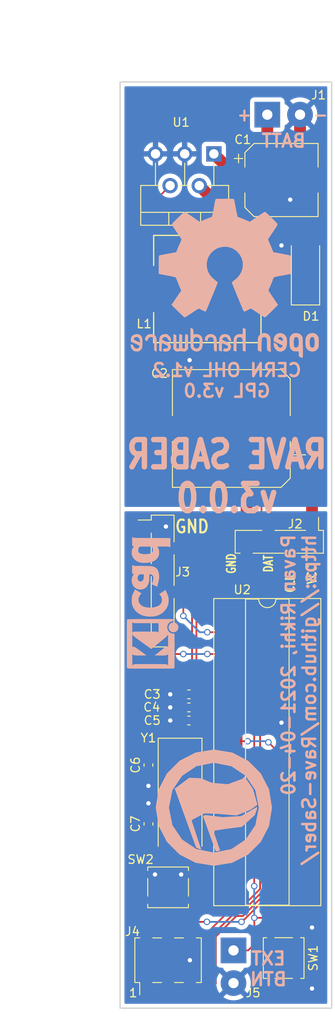
<source format=kicad_pcb>
(kicad_pcb (version 20210424) (generator pcbnew)
  (title_block (title "Main Board") (date "2020-04-20") (rev "v3.0.0") (company "Rave Saber"))
  (layers (0 "F.Cu" signal) (31 "B.Cu" signal) (36 "B.SilkS" user "B.Silkscreen") (37 "F.SilkS" user "F.Silkscreen") (38 "B.Mask" user) (39 "F.Mask" user) (44 "Edge.Cuts" user))
  (net 0 "")
  (net 1 "+BATT")
  (net 2 "Net-(D1-Pad1)")
  (net 3 "GND")
  (net 4 "VCC")
  (net 5 "/RESET")
  (net 6 "Net-(U2-Pad15)")
  (net 7 "Net-(U2-Pad16)")
  (net 8 "/DATA")
  (net 9 "/BUTTON")
  (net 10 "Net-(U2-Pad5)")
  (net 11 "/CLK")
  (net 12 "Net-(U2-Pad6)")
  (net 13 "/XTAL1")
  (net 14 "Net-(U2-Pad23)")
  (net 15 "/XTAL2")
  (net 16 "Net-(U2-Pad24)")
  (net 17 "Net-(U2-Pad11)")
  (net 18 "Net-(U2-Pad25)")
  (net 19 "Net-(U2-Pad12)")
  (net 20 "Net-(U2-Pad26)")
  (net 21 "Net-(U2-Pad13)")
  (net 22 "Net-(U2-Pad27)")
  (net 23 "Net-(U2-Pad14)")
  (net 24 "Net-(U2-Pad28)")
  (net 25 "/FTDI_TX")
  (net 26 "/FTDI_RX")
  (net 27 "/MISO")
  (net 28 "Net-(J3-Pad3)")
  (net 29 "Net-(J3-Pad2)")
  (net 30 "Net-(J3-Pad6)")
  (net 31 "Net-(J4-Pad2)")
  (footprint "Capacitor_SMD:CP_Elec_8x10" (layer "F.Cu") (at 124.206 48.26)
    (fp_text reference "C1" (at -4.506 -4.71) (layer "F.SilkS"))
    (fp_text value "100uF")
    (pad "1" smd rect locked (at -3.25 0) (size 3.5 2.5) (layers "F.Cu" "F.Paste" "F.Mask") (net 1 "+BATT"))
    (pad "2" smd rect locked (at 3.25 0) (size 3.5 2.5) (layers "F.Cu" "F.Paste" "F.Mask") (net 3 "GND"))
  )
  (footprint "Capacitor_SMD:C_0603_1608Metric_Pad1.08x0.95mm_HandSolder" (layer "F.Cu") (at 113.425 108.204 180)
    (fp_text reference "C3" (at 4.275 0.004 180) (layer "F.SilkS"))
    (fp_text value "10uF")
    (pad "1" smd roundrect locked (at -0.8625 0 180) (size 1.075 0.95) (layers "F.Cu" "F.Paste" "F.Mask") (net 4 "VCC"))
    (pad "2" smd roundrect locked (at 0.8625 0 180) (size 1.075 0.95) (layers "F.Cu" "F.Paste" "F.Mask") (net 3 "GND"))
  )
  (footprint "Diode_SMD:D_SMA_Handsoldering" (layer "F.Cu") (at 127 58.42 90)
    (fp_text reference "D1" (at -5.715 0.635 180) (layer "F.SilkS"))
    (fp_text value "3A")
    (pad "1" smd rect locked (at -2.5 0 90) (size 3.5 1.8) (layers "F.Cu" "F.Paste" "F.Mask") (net 2 "Net-(D1-Pad1)"))
    (pad "2" smd rect locked (at 2.5 0 90) (size 3.5 1.8) (layers "F.Cu" "F.Paste" "F.Mask") (net 3 "GND"))
  )
  (footprint "Inductor:Wuerth WE-LHMI SMD" (layer "F.Cu") (at 115.57 60.96)
    (fp_text reference "L1" (at -7.366 4.064) (layer "F.SilkS"))
    (fp_text value "47uH")
    (pad "1" smd rect locked (at -6.25 0) (size 4.5 5) (layers "F.Cu" "F.Paste" "F.Mask") (net 4 "VCC"))
    (pad "2" smd rect locked (at 6.25 0 180) (size 4.5 5) (layers "F.Cu" "F.Paste" "F.Mask") (net 2 "Net-(D1-Pad1)"))
  )
  (footprint "Button_Switch_SMD:SW_SPST_TL3305A" (layer "F.Cu") (at 111 130.7 180)
    (fp_text reference "SW2" (at 3.2 3.25 180) (layer "F.SilkS"))
    (fp_text value "Reset")
    (pad "1" smd rect locked (at -3.6 -1.5 180) (size 1.6 1.4) (layers "F.Cu" "F.Paste" "F.Mask") (net 5 "/RESET"))
    (pad "1" smd rect locked (at 3.6 -1.5 180) (size 1.6 1.4) (layers "F.Cu" "F.Paste" "F.Mask") (net 5 "/RESET"))
    (pad "2" smd rect locked (at 3.6 1.5 180) (size 1.6 1.4) (layers "F.Cu" "F.Paste" "F.Mask") (net 3 "GND"))
    (pad "2" smd rect locked (at -3.6 1.5 180) (size 1.6 1.4) (layers "F.Cu" "F.Paste" "F.Mask") (net 3 "GND"))
  )
  (footprint "Connector_PinHeader_2.54mm:PinHeader_1x04_P2.54mm_Vertical_SMD_Pin1Left" (layer "F.Cu") (at 123.952 90.424 -90)
    (fp_text reference "J2" (at -2.074 -1.848) (layer "F.SilkS"))
    (fp_text value "LED")
    (pad "1" smd rect locked (at -1.655 -3.81 270) (size 2.51 1) (layers "F.Cu" "F.Paste" "F.Mask") (net 4 "VCC"))
    (pad "2" smd rect locked (at 1.655 -1.27 270) (size 2.51 1) (layers "F.Cu" "F.Paste" "F.Mask") (net 11 "/CLK"))
    (pad "3" smd rect locked (at -1.655 1.27 270) (size 2.51 1) (layers "F.Cu" "F.Paste" "F.Mask") (net 8 "/DATA"))
    (pad "4" smd rect locked (at 1.655 3.81 270) (size 2.51 1) (layers "F.Cu" "F.Paste" "F.Mask") (net 3 "GND"))
  )
  (footprint "Connector_PinHeader_2.54mm:PinHeader_1x06_P2.54mm_Vertical_SMD_Pin1Left" (layer "F.Cu") (at 110.367 94.996)
    (fp_text reference "J3" (at 2.333 -1.046) (layer "F.SilkS"))
    (fp_text value "FTDI SERIAL")
    (pad "1" smd rect locked (at -1.655 -6.35) (size 2.51 1) (layers "F.Cu" "F.Paste" "F.Mask") (net 3 "GND"))
    (pad "2" smd rect locked (at 1.655 -3.81) (size 2.51 1) (layers "F.Cu" "F.Paste" "F.Mask") (net 29 "Net-(J3-Pad2)"))
    (pad "3" smd rect locked (at -1.655 -1.27) (size 2.51 1) (layers "F.Cu" "F.Paste" "F.Mask") (net 28 "Net-(J3-Pad3)"))
    (pad "4" smd rect locked (at 1.655 1.27) (size 2.51 1) (layers "F.Cu" "F.Paste" "F.Mask") (net 25 "/FTDI_TX"))
    (pad "5" smd rect locked (at -1.655 3.81) (size 2.51 1) (layers "F.Cu" "F.Paste" "F.Mask") (net 26 "/FTDI_RX"))
    (pad "6" smd rect locked (at 1.655 6.35) (size 2.51 1) (layers "F.Cu" "F.Paste" "F.Mask") (net 30 "Net-(J3-Pad6)"))
  )
  (footprint "Button_Switch_SMD:SW_SPST_TL3305A" (layer "F.Cu") (at 124.46 138.938 90)
    (fp_text reference "SW1" (at -0.012 3.44 270) (layer "F.SilkS"))
    (fp_text value "Button")
    (pad "1" smd rect locked (at 3.6 -1.5 90) (size 1.6 1.4) (layers "F.Cu" "F.Paste" "F.Mask") (net 9 "/BUTTON"))
    (pad "1" smd rect locked (at -3.6 -1.5 90) (size 1.6 1.4) (layers "F.Cu" "F.Paste" "F.Mask") (net 9 "/BUTTON"))
    (pad "2" smd rect locked (at -3.6 1.5 90) (size 1.6 1.4) (layers "F.Cu" "F.Paste" "F.Mask") (net 3 "GND"))
    (pad "2" smd rect locked (at 3.6 1.5 90) (size 1.6 1.4) (layers "F.Cu" "F.Paste" "F.Mask") (net 3 "GND"))
  )
  (footprint "Capacitor_SMD:C_0603_1608Metric_Pad1.08x0.95mm_HandSolder" (layer "F.Cu") (at 108.712 116.445 -90)
    (fp_text reference "C6" (at 0 1.512 -90) (layer "F.SilkS"))
    (fp_text value "20pF")
    (pad "1" smd roundrect locked (at -0.8625 0 270) (size 1.075 0.95) (layers "F.Cu" "F.Paste" "F.Mask") (net 13 "/XTAL1"))
    (pad "2" smd roundrect locked (at 0.8625 0 270) (size 1.075 0.95) (layers "F.Cu" "F.Paste" "F.Mask") (net 3 "GND"))
  )
  (footprint "Capacitor_SMD:C_0603_1608Metric_Pad1.08x0.95mm_HandSolder" (layer "F.Cu") (at 113.425 111.252 180)
    (fp_text reference "C5" (at 4.275 0.002 180) (layer "F.SilkS"))
    (fp_text value "100nF")
    (pad "1" smd roundrect locked (at -0.8625 0 180) (size 1.075 0.95) (layers "F.Cu" "F.Paste" "F.Mask") (net 4 "VCC"))
    (pad "2" smd roundrect locked (at 0.8625 0 180) (size 1.075 0.95) (layers "F.Cu" "F.Paste" "F.Mask") (net 3 "GND"))
  )
  (footprint "Connector_PinHeader_2.54mm:PinHeader_2x03_P2.54mm_Vertical_SMD" (layer "F.Cu") (at 110.998 139.192 90)
    (fp_text reference "J4" (at 3.342 -4.148 180) (layer "F.SilkS"))
    (fp_text value "ISP")
    (pad "1" smd rect locked (at -2.525 -2.54 90) (size 3.15 1) (layers "F.Cu" "F.Paste" "F.Mask") (net 27 "/MISO"))
    (pad "2" smd rect locked (at 2.525 -2.54 90) (size 3.15 1) (layers "F.Cu" "F.Paste" "F.Mask") (net 31 "Net-(J4-Pad2)"))
    (pad "3" smd rect locked (at -2.525 0 90) (size 3.15 1) (layers "F.Cu" "F.Paste" "F.Mask") (net 11 "/CLK"))
    (pad "4" smd rect locked (at 2.525 0 90) (size 3.15 1) (layers "F.Cu" "F.Paste" "F.Mask") (net 8 "/DATA"))
    (pad "5" smd rect locked (at -2.525 2.54 90) (size 3.15 1) (layers "F.Cu" "F.Paste" "F.Mask") (net 5 "/RESET"))
    (pad "6" smd rect locked (at 2.525 2.54 90) (size 3.15 1) (layers "F.Cu" "F.Paste" "F.Mask") (net 3 "GND"))
  )
  (footprint "Package_TO_SOT_THT:TO-220-5_P3.4x3.7mm_StaggerOdd_Lead3.8mm_Vertical" (layer "F.Cu") (at 116.332 45.212 180)
    (fp_text reference "U1" (at 3.81 3.683 180) (layer "F.SilkS"))
    (fp_text value "LM2576TV-5G")
    (pad "1" thru_hole rect locked (at 0 0 180) (size 1.8 1.8) (drill 1.1) (layers *.Cu *.Mask) (net 1 "+BATT"))
    (pad "2" thru_hole oval locked (at 1.7 -3.7 180) (size 1.8 1.8) (drill 1.1) (layers *.Cu *.Mask) (net 2 "Net-(D1-Pad1)"))
    (pad "3" thru_hole oval locked (at 3.4 0 180) (size 1.8 1.8) (drill 1.1) (layers *.Cu *.Mask) (net 3 "GND"))
    (pad "4" thru_hole oval locked (at 5.1 -3.7 180) (size 1.8 1.8) (drill 1.1) (layers *.Cu *.Mask) (net 4 "VCC"))
    (pad "5" thru_hole oval locked (at 6.8 0 180) (size 1.8 1.8) (drill 1.1) (layers *.Cu *.Mask) (net 3 "GND"))
  )
  (footprint "Capacitor:CP_AFK158M16H32T" (layer "F.Cu") (at 118.364 77.216 180)
    (fp_text reference "C2" (at 8.364 6.416 180) (layer "F.SilkS"))
    (fp_text value "1500uF")
    (pad "1" smd rect locked (at -5 0 180) (size 6 2.5) (layers "F.Cu" "F.Paste" "F.Mask") (net 4 "VCC"))
    (pad "2" smd rect locked (at 5 0 180) (size 6 2.5) (layers "F.Cu" "F.Paste" "F.Mask") (net 3 "GND"))
  )
  (footprint "Connector_Wire:SolderWirePad_1x02_P3.81mm_Drill1.2mm" (layer "F.Cu") (at 122.555 40.64)
    (fp_text reference "J1" (at 5.969 -2.286) (layer "F.SilkS"))
    (fp_text value "BATT")
    (pad "1" thru_hole rect locked (at 0 0) (size 2.99974 2.99974) (drill 1.19888) (layers *.Cu *.Mask) (net 1 "+BATT"))
    (pad "2" thru_hole circle locked (at 3.81 0) (size 2.99974 2.99974) (drill 1.19888) (layers *.Cu *.Mask) (net 3 "GND"))
  )
  (footprint "Capacitor_SMD:C_0603_1608Metric_Pad1.08x0.95mm_HandSolder" (layer "F.Cu") (at 108.712 123.303 90)
    (fp_text reference "C7" (at 0.003 -1.512 90) (layer "F.SilkS"))
    (fp_text value "20pF")
    (pad "1" smd roundrect locked (at -0.8625 0 90) (size 1.075 0.95) (layers "F.Cu" "F.Paste" "F.Mask") (net 15 "/XTAL2"))
    (pad "2" smd roundrect locked (at 0.8625 0 90) (size 1.075 0.95) (layers "F.Cu" "F.Paste" "F.Mask") (net 3 "GND"))
  )
  (footprint "Package_DIP:DIP-28_W8.89mm_SMDSocket_LongPads" (layer "F.Cu") (at 122.555 114.935)
    (fp_text reference "U2" (at -2.921 -18.923) (layer "F.SilkS"))
    (fp_text value "ATmega168A-PU")
    (pad "1" smd rect locked (at -4.445 -16.51) (size 3.1 1.6) (layers "F.Cu" "F.Paste" "F.Mask") (net 5 "/RESET"))
    (pad "2" smd rect locked (at -4.445 -13.97) (size 3.1 1.6) (layers "F.Cu" "F.Paste" "F.Mask") (net 25 "/FTDI_TX"))
    (pad "3" smd rect locked (at -4.445 -11.43) (size 3.1 1.6) (layers "F.Cu" "F.Paste" "F.Mask") (net 26 "/FTDI_RX"))
    (pad "4" smd rect locked (at -4.445 -8.89) (size 3.1 1.6) (layers "F.Cu" "F.Paste" "F.Mask") (net 9 "/BUTTON"))
    (pad "5" smd rect locked (at -4.445 -6.35) (size 3.1 1.6) (layers "F.Cu" "F.Paste" "F.Mask") (net 10 "Net-(U2-Pad5)"))
    (pad "6" smd rect locked (at -4.445 -3.81) (size 3.1 1.6) (layers "F.Cu" "F.Paste" "F.Mask") (net 12 "Net-(U2-Pad6)"))
    (pad "7" smd rect locked (at -4.445 -1.27) (size 3.1 1.6) (layers "F.Cu" "F.Paste" "F.Mask") (net 4 "VCC"))
    (pad "8" smd rect locked (at -4.445 1.27) (size 3.1 1.6) (layers "F.Cu" "F.Paste" "F.Mask") (net 3 "GND"))
    (pad "9" smd rect locked (at -4.445 3.81) (size 3.1 1.6) (layers "F.Cu" "F.Paste" "F.Mask") (net 13 "/XTAL1"))
    (pad "10" smd rect locked (at -4.445 6.35) (size 3.1 1.6) (layers "F.Cu" "F.Paste" "F.Mask") (net 15 "/XTAL2"))
    (pad "11" smd rect locked (at -4.445 8.89) (size 3.1 1.6) (layers "F.Cu" "F.Paste" "F.Mask") (net 17 "Net-(U2-Pad11)"))
    (pad "12" smd rect locked (at -4.445 11.43) (size 3.1 1.6) (layers "F.Cu" "F.Paste" "F.Mask") (net 19 "Net-(U2-Pad12)"))
    (pad "13" smd rect locked (at -4.445 13.97) (size 3.1 1.6) (layers "F.Cu" "F.Paste" "F.Mask") (net 21 "Net-(U2-Pad13)"))
    (pad "14" smd rect locked (at -4.445 16.51) (size 3.1 1.6) (layers "F.Cu" "F.Paste" "F.Mask") (net 23 "Net-(U2-Pad14)"))
    (pad "15" smd rect locked (at 4.445 16.51) (size 3.1 1.6) (layers "F.Cu" "F.Paste" "F.Mask") (net 6 "Net-(U2-Pad15)"))
    (pad "16" smd rect locked (at 4.445 13.97) (size 3.1 1.6) (layers "F.Cu" "F.Paste" "F.Mask") (net 7 "Net-(U2-Pad16)"))
    (pad "17" smd rect locked (at 4.445 11.43) (size 3.1 1.6) (layers "F.Cu" "F.Paste" "F.Mask") (net 8 "/DATA"))
    (pad "18" smd rect locked (at 4.445 8.89) (size 3.1 1.6) (layers "F.Cu" "F.Paste" "F.Mask") (net 27 "/MISO"))
    (pad "19" smd rect locked (at 4.445 6.35) (size 3.1 1.6) (layers "F.Cu" "F.Paste" "F.Mask") (net 11 "/CLK"))
    (pad "20" smd rect locked (at 4.445 3.81) (size 3.1 1.6) (layers "F.Cu" "F.Paste" "F.Mask") (net 4 "VCC"))
    (pad "21" smd rect locked (at 4.445 1.27) (size 3.1 1.6) (layers "F.Cu" "F.Paste" "F.Mask") (net 4 "VCC"))
    (pad "22" smd rect locked (at 4.445 -1.27) (size 3.1 1.6) (layers "F.Cu" "F.Paste" "F.Mask") (net 3 "GND"))
    (pad "23" smd rect locked (at 4.445 -3.81) (size 3.1 1.6) (layers "F.Cu" "F.Paste" "F.Mask") (net 14 "Net-(U2-Pad23)"))
    (pad "24" smd rect locked (at 4.445 -6.35) (size 3.1 1.6) (layers "F.Cu" "F.Paste" "F.Mask") (net 16 "Net-(U2-Pad24)"))
    (pad "25" smd rect locked (at 4.445 -8.89) (size 3.1 1.6) (layers "F.Cu" "F.Paste" "F.Mask") (net 18 "Net-(U2-Pad25)"))
    (pad "26" smd rect locked (at 4.445 -11.43) (size 3.1 1.6) (layers "F.Cu" "F.Paste" "F.Mask") (net 20 "Net-(U2-Pad26)"))
    (pad "27" smd rect locked (at 4.445 -13.97) (size 3.1 1.6) (layers "F.Cu" "F.Paste" "F.Mask") (net 22 "Net-(U2-Pad27)"))
    (pad "28" smd rect locked (at 4.445 -16.51) (size 3.1 1.6) (layers "F.Cu" "F.Paste" "F.Mask") (net 24 "Net-(U2-Pad28)"))
  )
  (footprint "Crystal:Crystal_SMD_HC49-SD" (layer "F.Cu") (at 112.395 120.015 -90)
    (fp_text reference "Y1" (at -6.731 3.683) (layer "F.SilkS"))
    (fp_text value "16Mhz")
    (pad "1" smd rect locked (at -4.25 0 270) (size 4.5 2) (layers "F.Cu" "F.Paste" "F.Mask") (net 13 "/XTAL1"))
    (pad "2" smd rect locked (at 4.25 0 270) (size 4.5 2) (layers "F.Cu" "F.Paste" "F.Mask") (net 15 "/XTAL2"))
  )
  (footprint "Connector_Wire:SolderWirePad_1x02_P3.81mm_Drill1.2mm" (layer "F.Cu") (at 118.618 138.049 -90)
    (fp_text reference "J5" (at 4.953 -2.286) (layer "F.SilkS"))
    (fp_text value "External Button")
    (pad "1" thru_hole rect locked (at 0 0 270) (size 2.99974 2.99974) (drill 1.19888) (layers *.Cu *.Mask) (net 9 "/BUTTON"))
    (pad "2" thru_hole circle locked (at 3.81 0 270) (size 2.99974 2.99974) (drill 1.19888) (layers *.Cu *.Mask) (net 3 "GND"))
  )
  (footprint "Capacitor_SMD:C_0603_1608Metric_Pad1.08x0.95mm_HandSolder" (layer "F.Cu") (at 113.425 109.728 180)
    (fp_text reference "C4" (at 4.325 0.028 180) (layer "F.SilkS"))
    (fp_text value "1uF")
    (pad "1" smd roundrect locked (at -0.8625 0 180) (size 1.075 0.95) (layers "F.Cu" "F.Paste" "F.Mask") (net 4 "VCC"))
    (pad "2" smd roundrect locked (at 0.8625 0 180) (size 1.075 0.95) (layers "F.Cu" "F.Paste" "F.Mask") (net 3 "GND"))
  )
  (footprint "Symbol:OSHW-Logo2_24.3x20mm_SilkScreen" (layer "B.Cu") (at 117.602 59.69 180)
    (fp_text reference "REF**" hide)
    (fp_text value "OSHW-Logo2_24.3x20mm_SilkScreen" hide)
  )
  (footprint "Logos:AntiFA_Logo" (layer "B.Cu") (at 116.332 121.412 180)
    (fp_text reference "svg2mod" hide)
    (fp_text value "G***" hide)
  )
  (footprint "Symbol:KiCad-Logo_6mm_SilkScreen" (layer "B.Cu") (at 109.22 97.536 90)
    (fp_text reference "REF**" hide)
    (fp_text value "KiCad-Logo_6mm_SilkScreen" hide)
  )
  (gr_line (start 105.41 36.83) (end 130.048 36.83) (layer "Edge.Cuts") (width 0.15))
  (gr_line (start 105.41 144.78) (end 105.41 36.83) (layer "Edge.Cuts") (width 0.15))
  (gr_line (start 130.048 144.78) (end 105.41 144.78) (layer "Edge.Cuts") (width 0.15))
  (gr_line (start 130.048 144.78) (end 130.048 36.83) (layer "Edge.Cuts") (width 0.15))
  (gr_text "+" (at 119.888 40.64) (layer "B.SilkS") (effects (font (size 1.5 1.27) (thickness 0.254)) (justify mirror)))
  (gr_text "-" (at 128.778 40.64) (layer "B.SilkS") (effects (font (size 1.5 1.27) (thickness 0.254)) (justify mirror)))
  (gr_text "EXT\nBTN" (at 122.682 140.208) (layer "B.SilkS") (effects (font (size 1.5 1.5) (thickness 0.3)) (justify mirror)))
  (gr_text "BATT" (at 124.46 43.688) (layer "B.SilkS") (effects (font (size 1.5 1.5) (thickness 0.3)) (justify mirror)))
  (gr_text "RAVE SABER\nv3.0.0" (at 117.856 82.804) (layer "B.SilkS") (effects (font (size 3.175 2.54) (thickness 0.635)) (justify mirror)))
  (gr_text "CERN OHL v1.2\nGPL v3.0" (at 117.856 71.628) (layer "B.SilkS") (effects (font (size 1.5 1.5) (thickness 0.3)) (justify mirror)))
  (gr_text "Pavan Rikhi, 2021-04-20\nhttps://github.com/Rave-Saber/" (at 126.238 89.408 90) (layer "B.SilkS") (effects (font (size 1.5 1.5) (thickness 0.3)) (justify left mirror)))
  (gr_text "-" (at 128.778 40.64) (layer "F.SilkS") (effects (font (size 1.5 1.27) (thickness 0.254))))
  (gr_text "GND" (at 113.792 88.646) (layer "F.SilkS") (effects (font (size 1.5 1.27) (thickness 0.254))))
  (gr_text "DAT" (at 122.682 92.964 90) (layer "F.SilkS") (effects (font (size 1.016 0.762) (thickness 0.1905))))
  (gr_text "CLK" (at 125.222 95.25 90) (layer "F.SilkS") (effects (font (size 1.016 0.762) (thickness 0.1905))))
  (gr_text "VCC" (at 127.762 94.234 90) (layer "F.SilkS") (effects (font (size 1.016 0.762) (thickness 0.1905))))
  (gr_text "GND" (at 118.364 92.964 90) (layer "F.SilkS") (effects (font (size 1.016 0.762) (thickness 0.1905))))
  (gr_text "1" (at 106.934 143.002) (layer "F.SilkS") (effects (font (size 0.9906 0.9906) (thickness 0.1524))))
  (gr_text "+" (at 119.888 40.64) (layer "F.SilkS") (effects (font (size 1.5 1.27) (thickness 0.254))))
  (segment (start 119.38 48.26) (end 116.332 45.212) (width 1.3716) (layer "F.Cu") (net 1))
  (segment (start 122.555 46.661) (end 120.956 48.26) (width 1.3716) (layer "F.Cu") (net 1))
  (segment (start 120.956 48.26) (end 119.38 48.26) (width 1.3716) (layer "F.Cu") (net 1))
  (segment (start 122.555 40.64) (end 122.555 46.661) (width 1.3716) (layer "F.Cu") (net 1))
  (segment (start 121.86 60.92) (end 121.82 60.96) (width 1.3716) (layer "F.Cu") (net 2))
  (segment (start 121.82 60.96) (end 121.82 56.1) (width 1.3716) (layer "F.Cu") (net 2))
  (segment (start 127 60.92) (end 121.86 60.92) (width 1.3716) (layer "F.Cu") (net 2))
  (segment (start 121.82 56.1) (end 114.632 48.912) (width 1.3716) (layer "F.Cu") (net 2))
  (segment (start 127 113.665) (end 126.25 113.665) (width 0.2032) (layer "F.Cu") (net 3))
  (segment (start 120.142 92.079) (end 120.142 83.844) (width 1.3716) (layer "F.Cu") (net 3))
  (segment (start 113.514 77.216) (end 113.514 69.264) (width 1.3716) (layer "F.Cu") (net 3))
  (segment (start 127.718 142.538) (end 127.762 142.494) (width 0.2032) (layer "F.Cu") (net 3))
  (segment (start 112.55 111.252) (end 112.55 109.728) (width 0.2032) (layer "F.Cu") (net 3))
  (segment (start 108.712 88.646) (end 110.744 88.646) (width 0.2032) (layer "F.Cu") (net 3))
  (segment (start 109.474 129.2) (end 107.4 129.2) (width 0.2032) (layer "F.Cu") (net 3))
  (segment (start 127.456 48.312) (end 125.222 50.546) (width 1.3716) (layer "F.Cu") (net 3))
  (segment (start 125.96 135.338) (end 127.718 135.338) (width 0.2032) (layer "F.Cu") (net 3))
  (segment (start 112.55 108.204) (end 112.55 109.728) (width 0.2032) (layer "F.Cu") (net 3))
  (segment (start 127.456 48.26) (end 127.456 48.312) (width 1.3716) (layer "F.Cu") (net 3))
  (segment (start 113.792 83.8972) (end 113.792 77.25) (width 0.2032) (layer "F.Cu") (net 3))
  (segment (start 108.712 122.428) (end 108.712 120.904) (width 0.2032) (layer "F.Cu") (net 3))
  (segment (start 112.55 111.395) (end 112.55 111.252) (width 0.2032) (layer "F.Cu") (net 3))
  (segment (start 113.514 69.264) (end 113.5 69.25) (width 1.3716) (layer "F.Cu") (net 3))
  (segment (start 108.712 117.32) (end 108.712 118.872) (width 0.2032) (layer "F.Cu") (net 3))
  (segment (start 112.55 108.204) (end 113.792 106.962) (width 0.2032) (layer "F.Cu") (net 3))
  (segment (start 120.142 83.844) (end 113.514 77.216) (width 1.3716) (layer "F.Cu") (net 3))
  (segment (start 113.792 106.962) (end 113.792 77.25) (width 0.2032) (layer "F.Cu") (net 3))
  (segment (start 127 55.92) (end 124.246 55.92) (width 1.3716) (layer "F.Cu") (net 3))
  (segment (start 127.718 135.338) (end 127.762 135.382) (width 0.2032) (layer "F.Cu") (net 3))
  (segment (start 126.365 47.169) (end 127.456 48.26) (width 1.3716) (layer "F.Cu") (net 3))
  (segment (start 112.55 109.728) (end 111.252 109.728) (width 0.2032) (layer "F.Cu") (net 3))
  (segment (start 117.36 116.205) (end 112.55 111.395) (width 0.2032) (layer "F.Cu") (net 3))
  (segment (start 126.365 40.64) (end 126.365 47.169) (width 1.3716) (layer "F.Cu") (net 3))
  (segment (start 124.206 111.621) (end 124.206 111.506006) (width 0.2032) (layer "F.Cu") (net 3))
  (segment (start 112.55 108.204) (end 111.252 108.204) (width 0.2032) (layer "F.Cu") (net 3))
  (segment (start 118.11 116.205) (end 117.36 116.205) (width 0.2032) (layer "F.Cu") (net 3))
  (segment (start 125.96 142.538) (end 127.718 142.538) (width 0.2032) (layer "F.Cu") (net 3))
  (segment (start 126.25 113.665) (end 124.206 111.621) (width 0.2032) (layer "F.Cu") (net 3))
  (segment (start 114.6 129.2) (end 112.522 129.2) (width 0.2032) (layer "F.Cu") (net 3))
  (segment (start 113.538 136.667) (end 113.538 139.192) (width 0.2032) (layer "F.Cu") (net 3))
  (segment (start 124.246 55.92) (end 124.206 55.88) (width 1.3716) (layer "F.Cu") (net 3))
  (segment (start 112.55 111.252) (end 111.252 111.252) (width 0.2032) (layer "F.Cu") (net 3))
  (via (at 125.222 50.546) (size 0.762) (drill 0.508) (layers "F.Cu" "B.Cu") (net 3))
  (via (at 113.538 139.192) (size 0.762) (drill 0.508) (layers "F.Cu" "B.Cu") (net 3))
  (via (at 113.5 69.25) (size 0.762) (drill 0.508) (layers "F.Cu" "B.Cu") (net 3))
  (via (at 127.762 135.382) (size 0.762) (drill 0.508) (layers "F.Cu" "B.Cu") (net 3))
  (via (at 111.252 108.204) (size 0.762) (drill 0.508) (layers "F.Cu" "B.Cu") (net 3))
  (via (at 108.712 120.904) (size 0.762) (drill 0.508) (layers "F.Cu" "B.Cu") (net 3))
  (via (at 127.762 142.494) (size 0.762) (drill 0.508) (layers "F.Cu" "B.Cu") (net 3))
  (via (at 111.252 111.252) (size 0.762) (drill 0.508) (layers "F.Cu" "B.Cu") (net 3))
  (via (at 110.744 88.646) (size 0.762) (drill 0.508) (layers "F.Cu" "B.Cu") (net 3))
  (via (at 111.252 109.728) (size 0.762) (drill 0.508) (layers "F.Cu" "B.Cu") (net 3))
  (via (at 112.522 129.2) (size 0.762) (drill 0.508) (layers "F.Cu" "B.Cu") (net 3))
  (via (at 109.474 129.2) (size 0.762) (drill 0.508) (layers "F.Cu" "B.Cu") (net 3))
  (via (at 108.712 118.872) (size 0.762) (drill 0.508) (layers "F.Cu" "B.Cu") (net 3))
  (via (at 124.206 111.506006) (size 0.762) (drill 0.508) (layers "F.Cu" "B.Cu") (net 3))
  (via (at 124.206 55.88) (size 0.762) (drill 0.508) (layers "F.Cu" "B.Cu") (net 3))
  (segment (start 119.997557 93.638801) (end 120.885841 93.638801) (width 0.2032) (layer "F.Cu") (net 4))
  (segment (start 116.713 113.665) (end 118.11 113.665) (width 0.2032) (layer "F.Cu") (net 4))
  (segment (start 109.32 60.96) (end 109.32 50.824) (width 0.2032) (layer "F.Cu") (net 4))
  (segment (start 123.063001 114.172999) (end 122.682002 113.792) (width 0.2032) (layer "F.Cu") (net 4))
  (segment (start 114.3 109.728) (end 114.3 108.204) (width 0.2032) (layer "F.Cu") (net 4))
  (segment (start 121.877199 92.647443) (end 121.877199 84.956001) (width 0.2032) (layer "F.Cu") (net 4))
  (segment (start 114.3 111.252) (end 114.3 109.728) (width 0.2032) (layer "F.Cu") (net 4))
  (segment (start 121.7 73.3) (end 121.7 77) (width 1.3716) (layer "F.Cu") (net 4))
  (segment (start 127.762 88.769) (end 127.762 79.862) (width 1.3716) (layer "F.Cu") (net 4))
  (segment (start 127 116.205) (end 127 118.745) (width 0.2032) (layer "F.Cu") (net 4))
  (segment (start 118.11 113.665) (end 120.269 113.665) (width 0.2032) (layer "F.Cu") (net 4))
  (segment (start 114.3 111.252) (end 116.713 113.665) (width 0.2032) (layer "F.Cu") (net 4))
  (segment (start 127.762 79.862) (end 125.4 77.5) (width 1.3716) (layer "F.Cu") (net 4))
  (segment (start 114.3 99.336358) (end 119.997557 93.638801) (width 0.2032) (layer "F.Cu") (net 4))
  (segment (start 125.095002 116.205) (end 123.063001 114.172999) (width 0.2032) (layer "F.Cu") (net 4))
  (segment (start 121.877199 84.956001) (end 121.877199 77.216) (width 0.2032) (layer "F.Cu") (net 4))
  (segment (start 109.32 60.96) (end 109.36 60.96) (width 1.3716) (layer "F.Cu") (net 4))
  (segment (start 109.32 50.824) (end 111.232 48.912) (width 0.2032) (layer "F.Cu") (net 4))
  (segment (start 109.36 60.96) (end 121.7 73.3) (width 1.3716) (layer "F.Cu") (net 4))
  (segment (start 114.3 108.204) (end 114.3 99.336358) (width 0.2032) (layer "F.Cu") (net 4))
  (segment (start 127 116.205) (end 125.095002 116.205) (width 0.2032) (layer "F.Cu") (net 4))
  (segment (start 120.885841 93.638801) (end 121.877199 92.647443) (width 0.2032) (layer "F.Cu") (net 4))
  (segment (start 109.32 60.96) (end 109.32 61.21) (width 1.3716) (layer "F.Cu") (net 4))
  (via (at 122.682002 113.792) (size 0.762) (drill 0.508) (layers "F.Cu" "B.Cu") (net 4))
  (via (at 120.269 113.665) (size 0.762) (drill 0.508) (layers "F.Cu" "B.Cu") (net 4))
  (segment (start 120.269 113.665) (end 122.555002 113.665) (width 0.2032) (layer "B.Cu") (net 4))
  (segment (start 122.555002 113.665) (end 122.682002 113.792) (width 0.2032) (layer "B.Cu") (net 4))
  (segment (start 114.342801 137.2108) (end 114.342801 139.837199) (width 0.2032) (layer "F.Cu") (net 5))
  (segment (start 115.4948 132.2) (end 116.5178 133.223) (width 0.2032) (layer "F.Cu") (net 5))
  (segment (start 119.378986 133.223) (end 118.330601 133.223) (width 0.2032) (layer "F.Cu") (net 5))
  (segment (start 113.538 140.642) (end 113.538 141.717) (width 0.2032) (layer "F.Cu") (net 5))
  (segment (start 116.5178 133.223) (end 116.833 133.223) (width 0.2032) (layer "F.Cu") (net 5))
  (segment (start 119.378986 133.223) (end 116.5142 133.223) (width 0.2032) (layer "F.Cu") (net 5))
  (segment (start 121.716801 130.885185) (end 119.378986 133.223) (width 0.2032) (layer "F.Cu") (net 5))
  (segment (start 118.86 98.425) (end 121.716801 101.281801) (width 0.2032) (layer "F.Cu") (net 5))
  (segment (start 114.6 132.2) (end 107.4 132.2) (width 0.2032) (layer "F.Cu") (net 5))
  (segment (start 121.716801 101.281801) (end 121.716801 130.885185) (width 0.2032) (layer "F.Cu") (net 5))
  (segment (start 118.330601 133.223) (end 114.342801 137.2108) (width 0.2032) (layer "F.Cu") (net 5))
  (segment (start 114.6 132.2) (end 115.4948 132.2) (width 0.2032) (layer "F.Cu") (net 5))
  (segment (start 118.11 98.425) (end 118.86 98.425) (width 0.2032) (layer "F.Cu") (net 5))
  (segment (start 114.342801 139.837199) (end 113.538 140.642) (width 0.2032) (layer "F.Cu") (net 5))
  (segment (start 127 126.365) (end 126.25 126.365) (width 0.2032) (layer "F.Cu") (net 8))
  (segment (start 129.286 93.839358) (end 124.215642 88.769) (width 0.2032) (layer "F.Cu") (net 8))
  (segment (start 126.25 126.365) (end 122.936028 129.678972) (width 0.2032) (layer "F.Cu") (net 8))
  (segment (start 119.830395 134.442228) (end 119.551004 134.721619) (width 0.2032) (layer "F.Cu") (net 8))
  (segment (start 122.936028 131.390208) (end 119.884008 134.442228) (width 0.2032) (layer "F.Cu") (net 8))
  (segment (start 129.286 124.829) (end 129.286 93.839358) (width 0.2032) (layer "F.Cu") (net 8))
  (segment (start 122.936028 129.678972) (end 122.936028 131.390208) (width 0.2032) (layer "F.Cu") (net 8))
  (segment (start 123.3852 88.769) (end 122.682 88.769) (width 0.2032) (layer "F.Cu") (net 8))
  (segment (start 111.8622 134.7278) (end 111.6906 134.8994) (width 0.2032) (layer "F.Cu") (net 8))
  (segment (start 111.6906 134.8994) (end 110.998 135.592) (width 0.2032) (layer "F.Cu") (net 8))
  (segment (start 110.998 135.592) (end 110.998 136.667) (width 0.2032) (layer "F.Cu") (net 8))
  (segment (start 124.215642 88.769) (end 123.3852 88.769) (width 0.2032) (layer "F.Cu") (net 8))
  (segment (start 127.75 126.365) (end 129.286 124.829) (width 0.2032) (layer "F.Cu") (net 8))
  (segment (start 119.884008 134.442228) (end 119.830395 134.442228) (width 0.2032) (layer "F.Cu") (net 8))
  (segment (start 127 126.365) (end 127.75 126.365) (width 0.2032) (layer "F.Cu") (net 8))
  (segment (start 115.5192 134.7216) (end 111.8684 134.7216) (width 0.2032) (layer "F.Cu") (net 8))
  (via (at 119.551004 134.721619) (size 0.762) (drill 0.508) (layers "F.Cu" "B.Cu") (net 8))
  (via (at 115.5192 134.7216) (size 0.762) (drill 0.508) (layers "F.Cu" "B.Cu") (net 8))
  (segment (start 119.551004 134.721619) (end 116.725381 134.721619) (width 0.2032) (layer "B.Cu") (net 8))
  (segment (start 115.519219 134.721619) (end 115.5192 134.7216) (width 0.2032) (layer "B.Cu") (net 8))
  (segment (start 116.725381 134.721619) (end 116.7192 134.7278) (width 0.2032) (layer "B.Cu") (net 8))
  (segment (start 116.725381 134.721619) (end 115.519219 134.721619) (width 0.2032) (layer "B.Cu") (net 8))
  (segment (start 122.96 139.114966) (end 122.96 142.538) (width 0.2032) (layer "F.Cu") (net 9))
  (segment (start 118.86 106.045) (end 121.031 108.216) (width 0.2032) (layer "F.Cu") (net 9))
  (segment (start 121.044052 137.199018) (end 122.96 139.114966) (width 0.2032) (layer "F.Cu") (net 9))
  (segment (start 121.044052 136.906) (end 121.044052 134.252052) (width 0.2032) (layer "F.Cu") (net 9))
  (segment (start 121.044052 137.199018) (end 121.044052 136.906) (width 0.2032) (layer "F.Cu") (net 9))
  (segment (start 121.044052 136.906) (end 121.044052 137.326018) (width 0.2032) (layer "F.Cu") (net 9))
  (segment (start 118.11 106.045) (end 118.86 106.045) (width 0.2032) (layer "F.Cu") (net 9))
  (segment (start 121.974052 134.252052) (end 122.96 135.238) (width 0.2032) (layer "F.Cu") (net 9))
  (segment (start 121.044052 134.252052) (end 121.974052 134.252052) (width 0.2032) (layer "F.Cu") (net 9))
  (segment (start 121.044052 137.326018) (end 120.32107 138.049) (width 0.2032) (layer "F.Cu") (net 9))
  (segment (start 121.031 108.216) (end 121.031 130.556) (width 0.2032) (layer "F.Cu") (net 9))
  (segment (start 122.96 135.238) (end 122.96 135.338) (width 0.2032) (layer "F.Cu") (net 9))
  (segment (start 120.32107 138.049) (end 118.618 138.049) (width 0.2032) (layer "F.Cu") (net 9))
  (via (at 121.044052 134.252052) (size 0.762) (drill 0.508) (layers "F.Cu" "B.Cu") (net 9))
  (via (at 121.031 130.556) (size 0.762) (drill 0.508) (layers "F.Cu" "B.Cu") (net 9))
  (segment (start 121.031 130.556) (end 121.031 134.239) (width 0.2032) (layer "B.Cu") (net 9))
  (segment (start 121.031 134.239) (end 121.044052 134.252052) (width 0.2032) (layer "B.Cu") (net 9))
  (segment (start 128.879589 97.194789) (end 125.222 93.5372) (width 0.2032) (layer "F.Cu") (net 11))
  (segment (start 127 121.285) (end 125.2468 121.285) (width 0.2032) (layer "F.Cu") (net 11))
  (segment (start 128.879589 120.155411) (end 127.75 121.285) (width 0.2032) (layer "F.Cu") (net 11))
  (segment (start 116.0272 141.851442) (end 114.281841 143.596801) (width 0.2032) (layer "F.Cu") (net 11))
  (segment (start 128.879589 97.536) (end 128.879589 120.155411) (width 0.2032) (layer "F.Cu") (net 11))
  (segment (start 118.787458 133.62941) (end 116.0272 136.389668) (width 0.2032) (layer "F.Cu") (net 11))
  (segment (start 111.802801 143.596801) (end 110.998 142.792) (width 0.2032) (layer "F.Cu") (net 11))
  (segment (start 114.281841 143.596801) (end 111.802801 143.596801) (width 0.2032) (layer "F.Cu") (net 11))
  (segment (start 110.998 142.792) (end 110.998 141.717) (width 0.2032) (layer "F.Cu") (net 11))
  (segment (start 127.75 121.285) (end 127 121.285) (width 0.2032) (layer "F.Cu") (net 11))
  (segment (start 128.879589 97.536) (end 128.879589 97.194789) (width 0.2032) (layer "F.Cu") (net 11))
  (segment (start 122.12321 131.053526) (end 119.547326 133.62941) (width 0.2032) (layer "F.Cu") (net 11))
  (segment (start 125.222 93.5372) (end 125.222 92.079) (width 0.2032) (layer "F.Cu") (net 11))
  (segment (start 122.123211 124.408589) (end 122.12321 131.053526) (width 0.2032) (layer "F.Cu") (net 11))
  (segment (start 128.879589 97.405947) (end 128.879589 97.536) (width 0.2032) (layer "F.Cu") (net 11))
  (segment (start 116.0272 136.389668) (end 116.0272 141.851442) (width 0.2032) (layer "F.Cu") (net 11))
  (segment (start 125.2468 121.285) (end 122.123211 124.408589) (width 0.2032) (layer "F.Cu") (net 11))
  (segment (start 119.547326 133.62941) (end 118.787458 133.62941) (width 0.2032) (layer "F.Cu") (net 11))
  (segment (start 108.712 115.57) (end 112.2 115.57) (width 0.2032) (layer "F.Cu") (net 13))
  (segment (start 112.395 117.015) (end 114.125 118.745) (width 0.2032) (layer "F.Cu") (net 13))
  (segment (start 114.125 118.745) (end 118.11 118.745) (width 0.2032) (layer "F.Cu") (net 13))
  (segment (start 112.395 115.765) (end 112.395 117.015) (width 0.2032) (layer "F.Cu") (net 13))
  (segment (start 112.2 115.57) (end 112.395 115.765) (width 0.2032) (layer "F.Cu") (net 13))
  (segment (start 108.712 124.178) (end 112.308 124.178) (width 0.2032) (layer "F.Cu") (net 15))
  (segment (start 112.395 124.265) (end 112.395 123.015) (width 0.2032) (layer "F.Cu") (net 15))
  (segment (start 112.395 123.015) (end 114.125 121.285) (width 0.2032) (layer "F.Cu") (net 15))
  (segment (start 112.308 124.178) (end 112.395 124.265) (width 0.2032) (layer "F.Cu") (net 15))
  (segment (start 114.125 121.285) (end 118.11 121.285) (width 0.2032) (layer "F.Cu") (net 15))
  (segment (start 118.11 100.965) (end 115.57 100.965) (width 0.2032) (layer "F.Cu") (net 25))
  (segment (start 112.776 99.06) (end 112.776 96.266) (width 0.2032) (layer "F.Cu") (net 25))
  (via (at 112.776 99.06) (size 0.762) (drill 0.508) (layers "F.Cu" "B.Cu") (net 25))
  (via (at 115.57 100.965) (size 0.762) (drill 0.508) (layers "F.Cu" "B.Cu") (net 25))
  (segment (start 115.57 100.965) (end 114.681 100.965) (width 0.2032) (layer "B.Cu") (net 25))
  (segment (start 113.156999 99.440999) (end 112.776 99.06) (width 0.2032) (layer "B.Cu") (net 25))
  (segment (start 114.681 100.965) (end 113.156999 99.440999) (width 0.2032) (layer "B.Cu") (net 25))
  (segment (start 108.712 100.339642) (end 108.712 99.5092) (width 0.2032) (layer "F.Cu") (net 26))
  (segment (start 112.776 103.504994) (end 111.877352 103.504994) (width 0.2032) (layer "F.Cu") (net 26))
  (segment (start 108.712 99.5092) (end 108.712 98.806) (width 0.2032) (layer "F.Cu") (net 26))
  (segment (start 111.877352 103.504994) (end 108.712 100.339642) (width 0.2032) (layer "F.Cu") (net 26))
  (segment (start 118.11 103.505) (end 115.57 103.505) (width 0.2032) (layer "F.Cu") (net 26))
  (via (at 115.57 103.505) (size 0.762) (drill 0.508) (layers "F.Cu" "B.Cu") (net 26))
  (via (at 112.776 103.504994) (size 0.762) (drill 0.508) (layers "F.Cu" "B.Cu") (net 26))
  (segment (start 115.57 103.505) (end 112.776006 103.505) (width 0.2032) (layer "B.Cu") (net 26))
  (segment (start 112.776006 103.505) (end 112.776 103.504994) (width 0.2032) (layer "B.Cu") (net 26))
  (segment (start 116.559329 141.894063) (end 114.450181 144.003211) (width 0.2032) (layer "F.Cu") (net 27))
  (segment (start 116.559329 136.432289) (end 116.559329 141.894063) (width 0.2032) (layer "F.Cu") (net 27))
  (segment (start 119.715667 134.035819) (end 118.955799 134.035819) (width 0.2032) (layer "F.Cu") (net 27))
  (segment (start 108.458 142.792) (end 108.458 141.717) (width 0.2032) (layer "F.Cu") (net 27))
  (segment (start 122.529619 131.221867) (end 119.715667 134.035819) (width 0.2032) (layer "F.Cu") (net 27))
  (segment (start 127 123.825) (end 125.2468 123.825) (width 0.2032) (layer "F.Cu") (net 27))
  (segment (start 109.669211 144.003211) (end 108.458 142.792) (width 0.2032) (layer "F.Cu") (net 27))
  (segment (start 122.52962 126.54218) (end 122.529619 131.221867) (width 0.2032) (layer "F.Cu") (net 27))
  (segment (start 125.2468 123.825) (end 122.52962 126.54218) (width 0.2032) (layer "F.Cu") (net 27))
  (segment (start 114.450181 144.003211) (end 109.669211 144.003211) (width 0.2032) (layer "F.Cu") (net 27))
  (segment (start 118.955799 134.035819) (end 116.559329 136.432289) (width 0.2032) (layer "F.Cu") (net 27))
  (zone (net 3) (net_name "GND") (layer "B.Cu") (connect_pads (clearance 0.508)) (min_thickness 0.254) (fill yes (thermal_gap 0.508) (thermal_bridge_width 0.635))
    (polygon (pts (xy 105.41 86.868) (xy 130.048 86.868) (xy 130.048 144.78) (xy 105.41 144.78)))
  )
  (zone (net 3) (net_name "GND") (layer "B.Cu") (connect_pads (clearance 0.508)) (min_thickness 0.254) (fill yes (thermal_gap 0.508) (thermal_bridge_width 0.635))
    (polygon (pts (xy 130.048 36.83) (xy 105.41 36.83) (xy 105.41 86.36) (xy 130.048 86.36)))
  )
)
</source>
